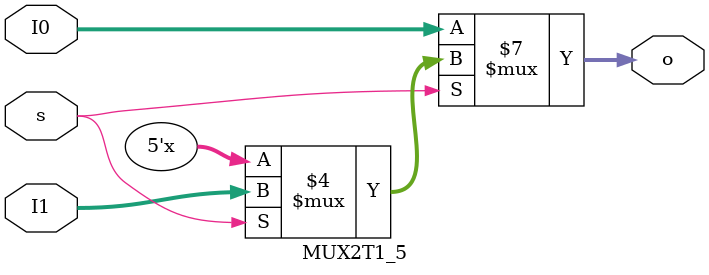
<source format=v>
`timescale 1ns / 1ps
module MUX2T1_32(
	     input [31:0]I0,
	     input [31:0]I1,
	     input s,
	     output reg [31:0]o
    );
	 
	 always@*
	 if(s == 0)begin
	 o <= I0;end
	 else if(s == 1)begin
	 o <= I1;end
	 
endmodule


module MUX2T1_5(
	     input [4:0]I0,
	     input [4:0]I1,
	     input s,
	     output reg [4:0]o
    );
	 
	 always@*
	 if(s == 0)begin
	 o <= I0;end
	 else if(s == 1)begin
	 o <= I1;end
	 
endmodule
</source>
